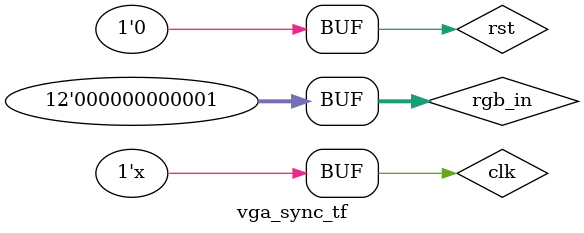
<source format=v>
`timescale 1ns / 1ps
module vga_sync_tf;
	// Inputs
	reg clk;
	reg rst;
	reg [11:0] rgb_in;
	// Outputs
	wire hSync;
	wire vSync;
	wire v_ON;
	wire utick;
	wire [9:0] p_x;
	wire [9:0] p_y;
	wire [11:0] rgb_out;

	// Instantiate the Unit Under Test (UUT)
	vga_sync uut (.clk(clk), .rst(rst), .hSync(hSync), 
					  .vSync(vSync), .v_ON(v_ON), .utick(utick), 
					  .p_x(p_x), .p_y(p_y), .rgb_in(rgb_in), 
					  .rgb_out(rgb_out));
					  
always #5 clk =~clk;
	initial begin
		clk = 0;
		rgb_in = 12'b1;
		rst = 1;
	
		#100;		
		rst = 0;
	end
     
endmodule


</source>
